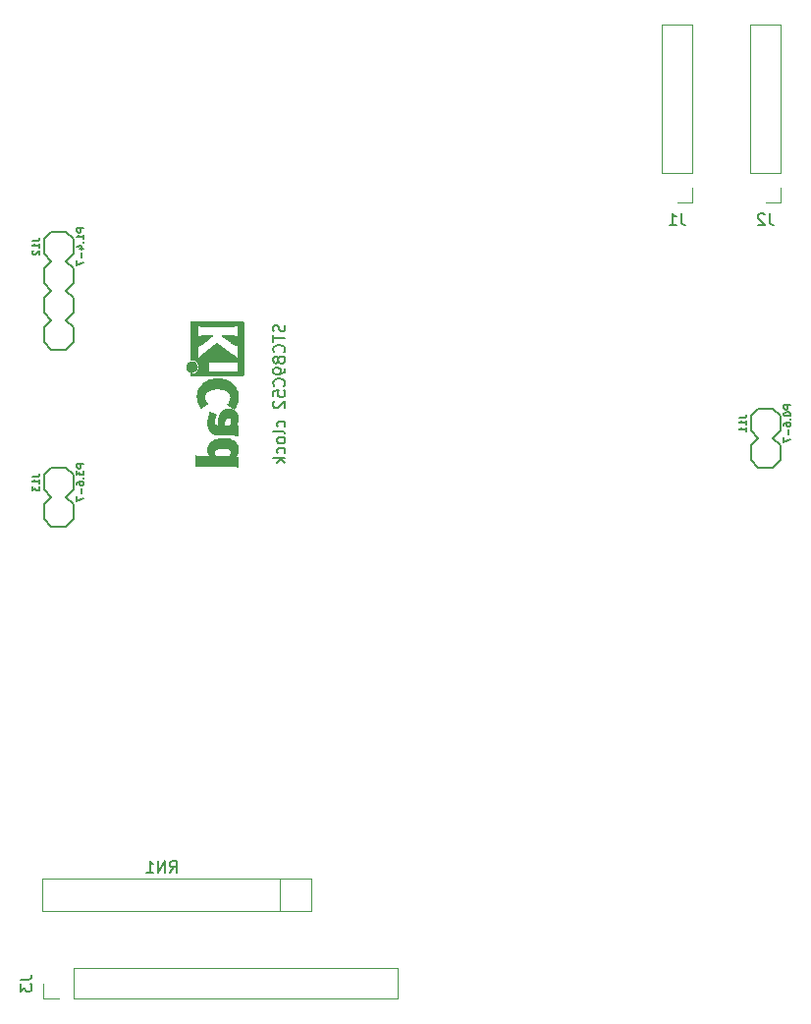
<source format=gbo>
G04 #@! TF.GenerationSoftware,KiCad,Pcbnew,5.1.5-5.1.5*
G04 #@! TF.CreationDate,2020-09-06T13:46:37+10:00*
G04 #@! TF.ProjectId,89c52board,38396335-3262-46f6-9172-642e6b696361,rev?*
G04 #@! TF.SameCoordinates,PX48ab840PY18392c0*
G04 #@! TF.FileFunction,Legend,Bot*
G04 #@! TF.FilePolarity,Positive*
%FSLAX46Y46*%
G04 Gerber Fmt 4.6, Leading zero omitted, Abs format (unit mm)*
G04 Created by KiCad (PCBNEW 5.1.5-5.1.5) date 2020-09-06 13:46:37*
%MOMM*%
%LPD*%
G04 APERTURE LIST*
%ADD10C,0.150000*%
%ADD11C,0.010000*%
%ADD12C,0.203200*%
%ADD13C,0.120000*%
%ADD14C,0.127000*%
G04 APERTURE END LIST*
D10*
X49934761Y-32171428D02*
X49982380Y-32314285D01*
X49982380Y-32552380D01*
X49934761Y-32647619D01*
X49887142Y-32695238D01*
X49791904Y-32742857D01*
X49696666Y-32742857D01*
X49601428Y-32695238D01*
X49553809Y-32647619D01*
X49506190Y-32552380D01*
X49458571Y-32361904D01*
X49410952Y-32266666D01*
X49363333Y-32219047D01*
X49268095Y-32171428D01*
X49172857Y-32171428D01*
X49077619Y-32219047D01*
X49030000Y-32266666D01*
X48982380Y-32361904D01*
X48982380Y-32600000D01*
X49030000Y-32742857D01*
X48982380Y-33028571D02*
X48982380Y-33600000D01*
X49982380Y-33314285D02*
X48982380Y-33314285D01*
X49887142Y-34504761D02*
X49934761Y-34457142D01*
X49982380Y-34314285D01*
X49982380Y-34219047D01*
X49934761Y-34076190D01*
X49839523Y-33980952D01*
X49744285Y-33933333D01*
X49553809Y-33885714D01*
X49410952Y-33885714D01*
X49220476Y-33933333D01*
X49125238Y-33980952D01*
X49030000Y-34076190D01*
X48982380Y-34219047D01*
X48982380Y-34314285D01*
X49030000Y-34457142D01*
X49077619Y-34504761D01*
X49410952Y-35076190D02*
X49363333Y-34980952D01*
X49315714Y-34933333D01*
X49220476Y-34885714D01*
X49172857Y-34885714D01*
X49077619Y-34933333D01*
X49030000Y-34980952D01*
X48982380Y-35076190D01*
X48982380Y-35266666D01*
X49030000Y-35361904D01*
X49077619Y-35409523D01*
X49172857Y-35457142D01*
X49220476Y-35457142D01*
X49315714Y-35409523D01*
X49363333Y-35361904D01*
X49410952Y-35266666D01*
X49410952Y-35076190D01*
X49458571Y-34980952D01*
X49506190Y-34933333D01*
X49601428Y-34885714D01*
X49791904Y-34885714D01*
X49887142Y-34933333D01*
X49934761Y-34980952D01*
X49982380Y-35076190D01*
X49982380Y-35266666D01*
X49934761Y-35361904D01*
X49887142Y-35409523D01*
X49791904Y-35457142D01*
X49601428Y-35457142D01*
X49506190Y-35409523D01*
X49458571Y-35361904D01*
X49410952Y-35266666D01*
X49982380Y-35933333D02*
X49982380Y-36123809D01*
X49934761Y-36219047D01*
X49887142Y-36266666D01*
X49744285Y-36361904D01*
X49553809Y-36409523D01*
X49172857Y-36409523D01*
X49077619Y-36361904D01*
X49030000Y-36314285D01*
X48982380Y-36219047D01*
X48982380Y-36028571D01*
X49030000Y-35933333D01*
X49077619Y-35885714D01*
X49172857Y-35838095D01*
X49410952Y-35838095D01*
X49506190Y-35885714D01*
X49553809Y-35933333D01*
X49601428Y-36028571D01*
X49601428Y-36219047D01*
X49553809Y-36314285D01*
X49506190Y-36361904D01*
X49410952Y-36409523D01*
X49887142Y-37409523D02*
X49934761Y-37361904D01*
X49982380Y-37219047D01*
X49982380Y-37123809D01*
X49934761Y-36980952D01*
X49839523Y-36885714D01*
X49744285Y-36838095D01*
X49553809Y-36790476D01*
X49410952Y-36790476D01*
X49220476Y-36838095D01*
X49125238Y-36885714D01*
X49030000Y-36980952D01*
X48982380Y-37123809D01*
X48982380Y-37219047D01*
X49030000Y-37361904D01*
X49077619Y-37409523D01*
X48982380Y-38314285D02*
X48982380Y-37838095D01*
X49458571Y-37790476D01*
X49410952Y-37838095D01*
X49363333Y-37933333D01*
X49363333Y-38171428D01*
X49410952Y-38266666D01*
X49458571Y-38314285D01*
X49553809Y-38361904D01*
X49791904Y-38361904D01*
X49887142Y-38314285D01*
X49934761Y-38266666D01*
X49982380Y-38171428D01*
X49982380Y-37933333D01*
X49934761Y-37838095D01*
X49887142Y-37790476D01*
X49077619Y-38742857D02*
X49030000Y-38790476D01*
X48982380Y-38885714D01*
X48982380Y-39123809D01*
X49030000Y-39219047D01*
X49077619Y-39266666D01*
X49172857Y-39314285D01*
X49268095Y-39314285D01*
X49410952Y-39266666D01*
X49982380Y-38695238D01*
X49982380Y-39314285D01*
X49934761Y-40933333D02*
X49982380Y-40838095D01*
X49982380Y-40647619D01*
X49934761Y-40552380D01*
X49887142Y-40504761D01*
X49791904Y-40457142D01*
X49506190Y-40457142D01*
X49410952Y-40504761D01*
X49363333Y-40552380D01*
X49315714Y-40647619D01*
X49315714Y-40838095D01*
X49363333Y-40933333D01*
X49982380Y-41504761D02*
X49934761Y-41409523D01*
X49839523Y-41361904D01*
X48982380Y-41361904D01*
X49982380Y-42028571D02*
X49934761Y-41933333D01*
X49887142Y-41885714D01*
X49791904Y-41838095D01*
X49506190Y-41838095D01*
X49410952Y-41885714D01*
X49363333Y-41933333D01*
X49315714Y-42028571D01*
X49315714Y-42171428D01*
X49363333Y-42266666D01*
X49410952Y-42314285D01*
X49506190Y-42361904D01*
X49791904Y-42361904D01*
X49887142Y-42314285D01*
X49934761Y-42266666D01*
X49982380Y-42171428D01*
X49982380Y-42028571D01*
X49934761Y-43219047D02*
X49982380Y-43123809D01*
X49982380Y-42933333D01*
X49934761Y-42838095D01*
X49887142Y-42790476D01*
X49791904Y-42742857D01*
X49506190Y-42742857D01*
X49410952Y-42790476D01*
X49363333Y-42838095D01*
X49315714Y-42933333D01*
X49315714Y-43123809D01*
X49363333Y-43219047D01*
X49982380Y-43647619D02*
X48982380Y-43647619D01*
X49601428Y-43742857D02*
X49982380Y-44028571D01*
X49315714Y-44028571D02*
X49696666Y-43647619D01*
D11*
G36*
X41476571Y-35826957D02*
G01*
X41500809Y-35923232D01*
X41543641Y-36009816D01*
X41603419Y-36084627D01*
X41678494Y-36145582D01*
X41767220Y-36190601D01*
X41863530Y-36216864D01*
X41960795Y-36222714D01*
X42054654Y-36207860D01*
X42142511Y-36174160D01*
X42221770Y-36123472D01*
X42289836Y-36057655D01*
X42344112Y-35978566D01*
X42382002Y-35888066D01*
X42394426Y-35836800D01*
X42401947Y-35792302D01*
X42404919Y-35758001D01*
X42403094Y-35725040D01*
X42396225Y-35684566D01*
X42389250Y-35651469D01*
X42357741Y-35558053D01*
X42306617Y-35474381D01*
X42237429Y-35402335D01*
X42151728Y-35343800D01*
X42124489Y-35329852D01*
X42088122Y-35313414D01*
X42057582Y-35303106D01*
X42025450Y-35297540D01*
X41984307Y-35295331D01*
X41938222Y-35295052D01*
X41853865Y-35299139D01*
X41784586Y-35312554D01*
X41723961Y-35337744D01*
X41665567Y-35377154D01*
X41621302Y-35415702D01*
X41555484Y-35487594D01*
X41510053Y-35562687D01*
X41482850Y-35645438D01*
X41472576Y-35723072D01*
X41476571Y-35826957D01*
G37*
X41476571Y-35826957D02*
X41500809Y-35923232D01*
X41543641Y-36009816D01*
X41603419Y-36084627D01*
X41678494Y-36145582D01*
X41767220Y-36190601D01*
X41863530Y-36216864D01*
X41960795Y-36222714D01*
X42054654Y-36207860D01*
X42142511Y-36174160D01*
X42221770Y-36123472D01*
X42289836Y-36057655D01*
X42344112Y-35978566D01*
X42382002Y-35888066D01*
X42394426Y-35836800D01*
X42401947Y-35792302D01*
X42404919Y-35758001D01*
X42403094Y-35725040D01*
X42396225Y-35684566D01*
X42389250Y-35651469D01*
X42357741Y-35558053D01*
X42306617Y-35474381D01*
X42237429Y-35402335D01*
X42151728Y-35343800D01*
X42124489Y-35329852D01*
X42088122Y-35313414D01*
X42057582Y-35303106D01*
X42025450Y-35297540D01*
X41984307Y-35295331D01*
X41938222Y-35295052D01*
X41853865Y-35299139D01*
X41784586Y-35312554D01*
X41723961Y-35337744D01*
X41665567Y-35377154D01*
X41621302Y-35415702D01*
X41555484Y-35487594D01*
X41510053Y-35562687D01*
X41482850Y-35645438D01*
X41472576Y-35723072D01*
X41476571Y-35826957D01*
G36*
X43922245Y-44286507D02*
G01*
X44156662Y-44286526D01*
X44369603Y-44286552D01*
X44562168Y-44286625D01*
X44735459Y-44286782D01*
X44890576Y-44287064D01*
X45028620Y-44287509D01*
X45150692Y-44288156D01*
X45257894Y-44289045D01*
X45351326Y-44290213D01*
X45432090Y-44291701D01*
X45501286Y-44293546D01*
X45560015Y-44295789D01*
X45609379Y-44298469D01*
X45650478Y-44301623D01*
X45684413Y-44305292D01*
X45712286Y-44309513D01*
X45735198Y-44314327D01*
X45754249Y-44319773D01*
X45770540Y-44325888D01*
X45785173Y-44332712D01*
X45799249Y-44340285D01*
X45813868Y-44348645D01*
X45822974Y-44353839D01*
X45883689Y-44388104D01*
X45883689Y-43529955D01*
X45787733Y-43529955D01*
X45744370Y-43529224D01*
X45711205Y-43527272D01*
X45693424Y-43524463D01*
X45691778Y-43523221D01*
X45698662Y-43511799D01*
X45716505Y-43489084D01*
X45735879Y-43466385D01*
X45776614Y-43411800D01*
X45817617Y-43342321D01*
X45855123Y-43265270D01*
X45885364Y-43187965D01*
X45895012Y-43157113D01*
X45909578Y-43088616D01*
X45919539Y-43005764D01*
X45924583Y-42916371D01*
X45924396Y-42828248D01*
X45918666Y-42749207D01*
X45912858Y-42711511D01*
X45874797Y-42573414D01*
X45817073Y-42446113D01*
X45740211Y-42330292D01*
X45644739Y-42226637D01*
X45531179Y-42135833D01*
X45420381Y-42069031D01*
X45303625Y-42014164D01*
X45184276Y-41972163D01*
X45058283Y-41942167D01*
X44921594Y-41923311D01*
X44770158Y-41914732D01*
X44692711Y-41914006D01*
X44635934Y-41916100D01*
X44635934Y-42745217D01*
X44729002Y-42745424D01*
X44816692Y-42748337D01*
X44893772Y-42754000D01*
X44955009Y-42762455D01*
X44967350Y-42765038D01*
X45074633Y-42796840D01*
X45161658Y-42838498D01*
X45228642Y-42890363D01*
X45275805Y-42952781D01*
X45303365Y-43026100D01*
X45311541Y-43110669D01*
X45300551Y-43206835D01*
X45284829Y-43270311D01*
X45266639Y-43319454D01*
X45240791Y-43373583D01*
X45217089Y-43414244D01*
X45170721Y-43484800D01*
X44020530Y-43484800D01*
X43976962Y-43417392D01*
X43936040Y-43338867D01*
X43909389Y-43254681D01*
X43897465Y-43169557D01*
X43900722Y-43088216D01*
X43919615Y-43015380D01*
X43935184Y-42983426D01*
X43978181Y-42925501D01*
X44034953Y-42876544D01*
X44107575Y-42835390D01*
X44198121Y-42800874D01*
X44308666Y-42771833D01*
X44314533Y-42770552D01*
X44376788Y-42760381D01*
X44454594Y-42752739D01*
X44542720Y-42747670D01*
X44635934Y-42745217D01*
X44635934Y-41916100D01*
X44479895Y-41921857D01*
X44284059Y-41943802D01*
X44105332Y-41979786D01*
X43943845Y-42029759D01*
X43799726Y-42093668D01*
X43673106Y-42171462D01*
X43564115Y-42263089D01*
X43472883Y-42368497D01*
X43441932Y-42413662D01*
X43385785Y-42514611D01*
X43346174Y-42617901D01*
X43322014Y-42727989D01*
X43312219Y-42849330D01*
X43313265Y-42941836D01*
X43324231Y-43071490D01*
X43346046Y-43184084D01*
X43379714Y-43282875D01*
X43426236Y-43371121D01*
X43460448Y-43419986D01*
X43482362Y-43449353D01*
X43497333Y-43471043D01*
X43501733Y-43479253D01*
X43490904Y-43480868D01*
X43460251Y-43482159D01*
X43412526Y-43483138D01*
X43350479Y-43483817D01*
X43276862Y-43484210D01*
X43194427Y-43484330D01*
X43105925Y-43484188D01*
X43014107Y-43483797D01*
X42921724Y-43483171D01*
X42831528Y-43482320D01*
X42746271Y-43481260D01*
X42668703Y-43480001D01*
X42601576Y-43478556D01*
X42547641Y-43476938D01*
X42509650Y-43475161D01*
X42502667Y-43474669D01*
X42432251Y-43467092D01*
X42377102Y-43455531D01*
X42329981Y-43437792D01*
X42283647Y-43411682D01*
X42274067Y-43405415D01*
X42237378Y-43380983D01*
X42237378Y-44286311D01*
X43922245Y-44286507D01*
G37*
X43922245Y-44286507D02*
X44156662Y-44286526D01*
X44369603Y-44286552D01*
X44562168Y-44286625D01*
X44735459Y-44286782D01*
X44890576Y-44287064D01*
X45028620Y-44287509D01*
X45150692Y-44288156D01*
X45257894Y-44289045D01*
X45351326Y-44290213D01*
X45432090Y-44291701D01*
X45501286Y-44293546D01*
X45560015Y-44295789D01*
X45609379Y-44298469D01*
X45650478Y-44301623D01*
X45684413Y-44305292D01*
X45712286Y-44309513D01*
X45735198Y-44314327D01*
X45754249Y-44319773D01*
X45770540Y-44325888D01*
X45785173Y-44332712D01*
X45799249Y-44340285D01*
X45813868Y-44348645D01*
X45822974Y-44353839D01*
X45883689Y-44388104D01*
X45883689Y-43529955D01*
X45787733Y-43529955D01*
X45744370Y-43529224D01*
X45711205Y-43527272D01*
X45693424Y-43524463D01*
X45691778Y-43523221D01*
X45698662Y-43511799D01*
X45716505Y-43489084D01*
X45735879Y-43466385D01*
X45776614Y-43411800D01*
X45817617Y-43342321D01*
X45855123Y-43265270D01*
X45885364Y-43187965D01*
X45895012Y-43157113D01*
X45909578Y-43088616D01*
X45919539Y-43005764D01*
X45924583Y-42916371D01*
X45924396Y-42828248D01*
X45918666Y-42749207D01*
X45912858Y-42711511D01*
X45874797Y-42573414D01*
X45817073Y-42446113D01*
X45740211Y-42330292D01*
X45644739Y-42226637D01*
X45531179Y-42135833D01*
X45420381Y-42069031D01*
X45303625Y-42014164D01*
X45184276Y-41972163D01*
X45058283Y-41942167D01*
X44921594Y-41923311D01*
X44770158Y-41914732D01*
X44692711Y-41914006D01*
X44635934Y-41916100D01*
X44635934Y-42745217D01*
X44729002Y-42745424D01*
X44816692Y-42748337D01*
X44893772Y-42754000D01*
X44955009Y-42762455D01*
X44967350Y-42765038D01*
X45074633Y-42796840D01*
X45161658Y-42838498D01*
X45228642Y-42890363D01*
X45275805Y-42952781D01*
X45303365Y-43026100D01*
X45311541Y-43110669D01*
X45300551Y-43206835D01*
X45284829Y-43270311D01*
X45266639Y-43319454D01*
X45240791Y-43373583D01*
X45217089Y-43414244D01*
X45170721Y-43484800D01*
X44020530Y-43484800D01*
X43976962Y-43417392D01*
X43936040Y-43338867D01*
X43909389Y-43254681D01*
X43897465Y-43169557D01*
X43900722Y-43088216D01*
X43919615Y-43015380D01*
X43935184Y-42983426D01*
X43978181Y-42925501D01*
X44034953Y-42876544D01*
X44107575Y-42835390D01*
X44198121Y-42800874D01*
X44308666Y-42771833D01*
X44314533Y-42770552D01*
X44376788Y-42760381D01*
X44454594Y-42752739D01*
X44542720Y-42747670D01*
X44635934Y-42745217D01*
X44635934Y-41916100D01*
X44479895Y-41921857D01*
X44284059Y-41943802D01*
X44105332Y-41979786D01*
X43943845Y-42029759D01*
X43799726Y-42093668D01*
X43673106Y-42171462D01*
X43564115Y-42263089D01*
X43472883Y-42368497D01*
X43441932Y-42413662D01*
X43385785Y-42514611D01*
X43346174Y-42617901D01*
X43322014Y-42727989D01*
X43312219Y-42849330D01*
X43313265Y-42941836D01*
X43324231Y-43071490D01*
X43346046Y-43184084D01*
X43379714Y-43282875D01*
X43426236Y-43371121D01*
X43460448Y-43419986D01*
X43482362Y-43449353D01*
X43497333Y-43471043D01*
X43501733Y-43479253D01*
X43490904Y-43480868D01*
X43460251Y-43482159D01*
X43412526Y-43483138D01*
X43350479Y-43483817D01*
X43276862Y-43484210D01*
X43194427Y-43484330D01*
X43105925Y-43484188D01*
X43014107Y-43483797D01*
X42921724Y-43483171D01*
X42831528Y-43482320D01*
X42746271Y-43481260D01*
X42668703Y-43480001D01*
X42601576Y-43478556D01*
X42547641Y-43476938D01*
X42509650Y-43475161D01*
X42502667Y-43474669D01*
X42432251Y-43467092D01*
X42377102Y-43455531D01*
X42329981Y-43437792D01*
X42283647Y-43411682D01*
X42274067Y-43405415D01*
X42237378Y-43380983D01*
X42237378Y-44286311D01*
X43922245Y-44286507D01*
G36*
X43316552Y-40773574D02*
G01*
X43336567Y-40925492D01*
X43370202Y-41060756D01*
X43417725Y-41180239D01*
X43479405Y-41284815D01*
X43542965Y-41362424D01*
X43617099Y-41431265D01*
X43696871Y-41485006D01*
X43789091Y-41527910D01*
X43832161Y-41543384D01*
X43871142Y-41556244D01*
X43907289Y-41567446D01*
X43942434Y-41577120D01*
X43978410Y-41585396D01*
X44017050Y-41592403D01*
X44060185Y-41598272D01*
X44109649Y-41603131D01*
X44167273Y-41607110D01*
X44234891Y-41610340D01*
X44314334Y-41612949D01*
X44407436Y-41615067D01*
X44516027Y-41616824D01*
X44641942Y-41618349D01*
X44787012Y-41619772D01*
X44929778Y-41621025D01*
X45085968Y-41622351D01*
X45221239Y-41623556D01*
X45337246Y-41624766D01*
X45435645Y-41626106D01*
X45518093Y-41627700D01*
X45586246Y-41629675D01*
X45641760Y-41632156D01*
X45686292Y-41635269D01*
X45721498Y-41639138D01*
X45749034Y-41643889D01*
X45770556Y-41649648D01*
X45787722Y-41656539D01*
X45802186Y-41664689D01*
X45815606Y-41674223D01*
X45829638Y-41685266D01*
X45835071Y-41689566D01*
X45857910Y-41705386D01*
X45873463Y-41712422D01*
X45873922Y-41712444D01*
X45876121Y-41701567D01*
X45878147Y-41670582D01*
X45879942Y-41621957D01*
X45881451Y-41558163D01*
X45882616Y-41481669D01*
X45883380Y-41394944D01*
X45883686Y-41300457D01*
X45883689Y-41289550D01*
X45883689Y-40866657D01*
X45787622Y-40863395D01*
X45691556Y-40860133D01*
X45742543Y-40798044D01*
X45810057Y-40700714D01*
X45864749Y-40590813D01*
X45894978Y-40504349D01*
X45909666Y-40435278D01*
X45919659Y-40351925D01*
X45924646Y-40262159D01*
X45924313Y-40173845D01*
X45918351Y-40094851D01*
X45912638Y-40058622D01*
X45874776Y-39918603D01*
X45819932Y-39792178D01*
X45748924Y-39680260D01*
X45662568Y-39583762D01*
X45561679Y-39503600D01*
X45447076Y-39440687D01*
X45320984Y-39396312D01*
X45264401Y-39383978D01*
X45202202Y-39376368D01*
X45127363Y-39372739D01*
X45093467Y-39372245D01*
X45090282Y-39372310D01*
X45090282Y-40132248D01*
X45165333Y-40141541D01*
X45229160Y-40169728D01*
X45284798Y-40218197D01*
X45289211Y-40223254D01*
X45324037Y-40271548D01*
X45346620Y-40323257D01*
X45358540Y-40383989D01*
X45361383Y-40459352D01*
X45360978Y-40477459D01*
X45358325Y-40531278D01*
X45352909Y-40571308D01*
X45342745Y-40606324D01*
X45325850Y-40645103D01*
X45320672Y-40655745D01*
X45284844Y-40716396D01*
X45242212Y-40763215D01*
X45226973Y-40775952D01*
X45170462Y-40820622D01*
X44974586Y-40820622D01*
X44895939Y-40820086D01*
X44837988Y-40818396D01*
X44798875Y-40815428D01*
X44776741Y-40811057D01*
X44770274Y-40806972D01*
X44767111Y-40791047D01*
X44764488Y-40757264D01*
X44762655Y-40710340D01*
X44761857Y-40654993D01*
X44761842Y-40646106D01*
X44767096Y-40525330D01*
X44783263Y-40422660D01*
X44810961Y-40336106D01*
X44850808Y-40263681D01*
X44897758Y-40208751D01*
X44955645Y-40164204D01*
X45018693Y-40139480D01*
X45090282Y-40132248D01*
X45090282Y-39372310D01*
X44999712Y-39374178D01*
X44920812Y-39382522D01*
X44849590Y-39398768D01*
X44778864Y-39424405D01*
X44726493Y-39448401D01*
X44631196Y-39507020D01*
X44543170Y-39585117D01*
X44464017Y-39680315D01*
X44395340Y-39790238D01*
X44338741Y-39912510D01*
X44295821Y-40044755D01*
X44280882Y-40109422D01*
X44258777Y-40245604D01*
X44244194Y-40394049D01*
X44237813Y-40545505D01*
X44239445Y-40672064D01*
X44246224Y-40833950D01*
X44187245Y-40826530D01*
X44088092Y-40807238D01*
X44007372Y-40776104D01*
X43944466Y-40732269D01*
X43898756Y-40674871D01*
X43869622Y-40603048D01*
X43856447Y-40515941D01*
X43858611Y-40412686D01*
X43862612Y-40374711D01*
X43887780Y-40233520D01*
X43928814Y-40096707D01*
X43966815Y-40002178D01*
X43986190Y-39957018D01*
X44001760Y-39918585D01*
X44011405Y-39892234D01*
X44013452Y-39884546D01*
X44004374Y-39874802D01*
X43975405Y-39858083D01*
X43926217Y-39834232D01*
X43856484Y-39803093D01*
X43765879Y-39764507D01*
X43750089Y-39757910D01*
X43677772Y-39727853D01*
X43612425Y-39700874D01*
X43556906Y-39678136D01*
X43514072Y-39660806D01*
X43486781Y-39650048D01*
X43477942Y-39646941D01*
X43473187Y-39656940D01*
X43467910Y-39683217D01*
X43464231Y-39711489D01*
X43459474Y-39741646D01*
X43450028Y-39789433D01*
X43436820Y-39850612D01*
X43420776Y-39920946D01*
X43402820Y-39996194D01*
X43395797Y-40024755D01*
X43370209Y-40129816D01*
X43350147Y-40217480D01*
X43334969Y-40292068D01*
X43324035Y-40357903D01*
X43316704Y-40419307D01*
X43312335Y-40480602D01*
X43310287Y-40546110D01*
X43309889Y-40604128D01*
X43316552Y-40773574D01*
G37*
X43316552Y-40773574D02*
X43336567Y-40925492D01*
X43370202Y-41060756D01*
X43417725Y-41180239D01*
X43479405Y-41284815D01*
X43542965Y-41362424D01*
X43617099Y-41431265D01*
X43696871Y-41485006D01*
X43789091Y-41527910D01*
X43832161Y-41543384D01*
X43871142Y-41556244D01*
X43907289Y-41567446D01*
X43942434Y-41577120D01*
X43978410Y-41585396D01*
X44017050Y-41592403D01*
X44060185Y-41598272D01*
X44109649Y-41603131D01*
X44167273Y-41607110D01*
X44234891Y-41610340D01*
X44314334Y-41612949D01*
X44407436Y-41615067D01*
X44516027Y-41616824D01*
X44641942Y-41618349D01*
X44787012Y-41619772D01*
X44929778Y-41621025D01*
X45085968Y-41622351D01*
X45221239Y-41623556D01*
X45337246Y-41624766D01*
X45435645Y-41626106D01*
X45518093Y-41627700D01*
X45586246Y-41629675D01*
X45641760Y-41632156D01*
X45686292Y-41635269D01*
X45721498Y-41639138D01*
X45749034Y-41643889D01*
X45770556Y-41649648D01*
X45787722Y-41656539D01*
X45802186Y-41664689D01*
X45815606Y-41674223D01*
X45829638Y-41685266D01*
X45835071Y-41689566D01*
X45857910Y-41705386D01*
X45873463Y-41712422D01*
X45873922Y-41712444D01*
X45876121Y-41701567D01*
X45878147Y-41670582D01*
X45879942Y-41621957D01*
X45881451Y-41558163D01*
X45882616Y-41481669D01*
X45883380Y-41394944D01*
X45883686Y-41300457D01*
X45883689Y-41289550D01*
X45883689Y-40866657D01*
X45787622Y-40863395D01*
X45691556Y-40860133D01*
X45742543Y-40798044D01*
X45810057Y-40700714D01*
X45864749Y-40590813D01*
X45894978Y-40504349D01*
X45909666Y-40435278D01*
X45919659Y-40351925D01*
X45924646Y-40262159D01*
X45924313Y-40173845D01*
X45918351Y-40094851D01*
X45912638Y-40058622D01*
X45874776Y-39918603D01*
X45819932Y-39792178D01*
X45748924Y-39680260D01*
X45662568Y-39583762D01*
X45561679Y-39503600D01*
X45447076Y-39440687D01*
X45320984Y-39396312D01*
X45264401Y-39383978D01*
X45202202Y-39376368D01*
X45127363Y-39372739D01*
X45093467Y-39372245D01*
X45090282Y-39372310D01*
X45090282Y-40132248D01*
X45165333Y-40141541D01*
X45229160Y-40169728D01*
X45284798Y-40218197D01*
X45289211Y-40223254D01*
X45324037Y-40271548D01*
X45346620Y-40323257D01*
X45358540Y-40383989D01*
X45361383Y-40459352D01*
X45360978Y-40477459D01*
X45358325Y-40531278D01*
X45352909Y-40571308D01*
X45342745Y-40606324D01*
X45325850Y-40645103D01*
X45320672Y-40655745D01*
X45284844Y-40716396D01*
X45242212Y-40763215D01*
X45226973Y-40775952D01*
X45170462Y-40820622D01*
X44974586Y-40820622D01*
X44895939Y-40820086D01*
X44837988Y-40818396D01*
X44798875Y-40815428D01*
X44776741Y-40811057D01*
X44770274Y-40806972D01*
X44767111Y-40791047D01*
X44764488Y-40757264D01*
X44762655Y-40710340D01*
X44761857Y-40654993D01*
X44761842Y-40646106D01*
X44767096Y-40525330D01*
X44783263Y-40422660D01*
X44810961Y-40336106D01*
X44850808Y-40263681D01*
X44897758Y-40208751D01*
X44955645Y-40164204D01*
X45018693Y-40139480D01*
X45090282Y-40132248D01*
X45090282Y-39372310D01*
X44999712Y-39374178D01*
X44920812Y-39382522D01*
X44849590Y-39398768D01*
X44778864Y-39424405D01*
X44726493Y-39448401D01*
X44631196Y-39507020D01*
X44543170Y-39585117D01*
X44464017Y-39680315D01*
X44395340Y-39790238D01*
X44338741Y-39912510D01*
X44295821Y-40044755D01*
X44280882Y-40109422D01*
X44258777Y-40245604D01*
X44244194Y-40394049D01*
X44237813Y-40545505D01*
X44239445Y-40672064D01*
X44246224Y-40833950D01*
X44187245Y-40826530D01*
X44088092Y-40807238D01*
X44007372Y-40776104D01*
X43944466Y-40732269D01*
X43898756Y-40674871D01*
X43869622Y-40603048D01*
X43856447Y-40515941D01*
X43858611Y-40412686D01*
X43862612Y-40374711D01*
X43887780Y-40233520D01*
X43928814Y-40096707D01*
X43966815Y-40002178D01*
X43986190Y-39957018D01*
X44001760Y-39918585D01*
X44011405Y-39892234D01*
X44013452Y-39884546D01*
X44004374Y-39874802D01*
X43975405Y-39858083D01*
X43926217Y-39834232D01*
X43856484Y-39803093D01*
X43765879Y-39764507D01*
X43750089Y-39757910D01*
X43677772Y-39727853D01*
X43612425Y-39700874D01*
X43556906Y-39678136D01*
X43514072Y-39660806D01*
X43486781Y-39650048D01*
X43477942Y-39646941D01*
X43473187Y-39656940D01*
X43467910Y-39683217D01*
X43464231Y-39711489D01*
X43459474Y-39741646D01*
X43450028Y-39789433D01*
X43436820Y-39850612D01*
X43420776Y-39920946D01*
X43402820Y-39996194D01*
X43395797Y-40024755D01*
X43370209Y-40129816D01*
X43350147Y-40217480D01*
X43334969Y-40292068D01*
X43324035Y-40357903D01*
X43316704Y-40419307D01*
X43312335Y-40480602D01*
X43310287Y-40546110D01*
X43309889Y-40604128D01*
X43316552Y-40773574D01*
G36*
X42399071Y-38428429D02*
G01*
X42420245Y-38588570D01*
X42460385Y-38752510D01*
X42519889Y-38922313D01*
X42599154Y-39100043D01*
X42604699Y-39111310D01*
X42632725Y-39169005D01*
X42656802Y-39220552D01*
X42675249Y-39262191D01*
X42686386Y-39290162D01*
X42688933Y-39299733D01*
X42693941Y-39318950D01*
X42698147Y-39323561D01*
X42708580Y-39318458D01*
X42734868Y-39302418D01*
X42774257Y-39277288D01*
X42823991Y-39244914D01*
X42881315Y-39207143D01*
X42943476Y-39165822D01*
X43007718Y-39122798D01*
X43071285Y-39079917D01*
X43131425Y-39039026D01*
X43185380Y-39001971D01*
X43230397Y-38970600D01*
X43263721Y-38946759D01*
X43282597Y-38932294D01*
X43284787Y-38930309D01*
X43280138Y-38920191D01*
X43262962Y-38897850D01*
X43236440Y-38867280D01*
X43221964Y-38851536D01*
X43146682Y-38755047D01*
X43091241Y-38648336D01*
X43056141Y-38532832D01*
X43041880Y-38409962D01*
X43043051Y-38340561D01*
X43060212Y-38219423D01*
X43096094Y-38110205D01*
X43150959Y-38012582D01*
X43225070Y-37926228D01*
X43318688Y-37850815D01*
X43432076Y-37786018D01*
X43518667Y-37748601D01*
X43654366Y-37704748D01*
X43801850Y-37672428D01*
X43957314Y-37651557D01*
X44116956Y-37642051D01*
X44276973Y-37643827D01*
X44433561Y-37656803D01*
X44582918Y-37680894D01*
X44721240Y-37716018D01*
X44844724Y-37762092D01*
X44878978Y-37778373D01*
X44993064Y-37846620D01*
X45089557Y-37927079D01*
X45167670Y-38018570D01*
X45226617Y-38119911D01*
X45265612Y-38229920D01*
X45283868Y-38347415D01*
X45285211Y-38388883D01*
X45274290Y-38510441D01*
X45241474Y-38630878D01*
X45187439Y-38748666D01*
X45112865Y-38862277D01*
X45034539Y-38953685D01*
X44990008Y-39000215D01*
X45287271Y-39181483D01*
X45361433Y-39226580D01*
X45429646Y-39267819D01*
X45489459Y-39303735D01*
X45538420Y-39332866D01*
X45574079Y-39353750D01*
X45593984Y-39364924D01*
X45597079Y-39366375D01*
X45606718Y-39358146D01*
X45623999Y-39332567D01*
X45647283Y-39292873D01*
X45674934Y-39242297D01*
X45705315Y-39184074D01*
X45736790Y-39121437D01*
X45767722Y-39057621D01*
X45796473Y-38995860D01*
X45821408Y-38939388D01*
X45840889Y-38891438D01*
X45849318Y-38867986D01*
X45887133Y-38734221D01*
X45912136Y-38596327D01*
X45925140Y-38448622D01*
X45927468Y-38321833D01*
X45926373Y-38253878D01*
X45924275Y-38188277D01*
X45921434Y-38130847D01*
X45918106Y-38087403D01*
X45916422Y-38073298D01*
X45887587Y-37934284D01*
X45842468Y-37792757D01*
X45783750Y-37655275D01*
X45714120Y-37528394D01*
X45661441Y-37450889D01*
X45553239Y-37323481D01*
X45426671Y-37205178D01*
X45284866Y-37098172D01*
X45130951Y-37004652D01*
X44968053Y-36926810D01*
X44850756Y-36882956D01*
X44667128Y-36832708D01*
X44472581Y-36799209D01*
X44271325Y-36782449D01*
X44067568Y-36782416D01*
X43865521Y-36799101D01*
X43669392Y-36832493D01*
X43483391Y-36882580D01*
X43471803Y-36886397D01*
X43309750Y-36949281D01*
X43161832Y-37026028D01*
X43023865Y-37119242D01*
X42891661Y-37231527D01*
X42846399Y-37275392D01*
X42722457Y-37411534D01*
X42619915Y-37551491D01*
X42537656Y-37697411D01*
X42474564Y-37851442D01*
X42429523Y-38015732D01*
X42412033Y-38111289D01*
X42396466Y-38270023D01*
X42399071Y-38428429D01*
G37*
X42399071Y-38428429D02*
X42420245Y-38588570D01*
X42460385Y-38752510D01*
X42519889Y-38922313D01*
X42599154Y-39100043D01*
X42604699Y-39111310D01*
X42632725Y-39169005D01*
X42656802Y-39220552D01*
X42675249Y-39262191D01*
X42686386Y-39290162D01*
X42688933Y-39299733D01*
X42693941Y-39318950D01*
X42698147Y-39323561D01*
X42708580Y-39318458D01*
X42734868Y-39302418D01*
X42774257Y-39277288D01*
X42823991Y-39244914D01*
X42881315Y-39207143D01*
X42943476Y-39165822D01*
X43007718Y-39122798D01*
X43071285Y-39079917D01*
X43131425Y-39039026D01*
X43185380Y-39001971D01*
X43230397Y-38970600D01*
X43263721Y-38946759D01*
X43282597Y-38932294D01*
X43284787Y-38930309D01*
X43280138Y-38920191D01*
X43262962Y-38897850D01*
X43236440Y-38867280D01*
X43221964Y-38851536D01*
X43146682Y-38755047D01*
X43091241Y-38648336D01*
X43056141Y-38532832D01*
X43041880Y-38409962D01*
X43043051Y-38340561D01*
X43060212Y-38219423D01*
X43096094Y-38110205D01*
X43150959Y-38012582D01*
X43225070Y-37926228D01*
X43318688Y-37850815D01*
X43432076Y-37786018D01*
X43518667Y-37748601D01*
X43654366Y-37704748D01*
X43801850Y-37672428D01*
X43957314Y-37651557D01*
X44116956Y-37642051D01*
X44276973Y-37643827D01*
X44433561Y-37656803D01*
X44582918Y-37680894D01*
X44721240Y-37716018D01*
X44844724Y-37762092D01*
X44878978Y-37778373D01*
X44993064Y-37846620D01*
X45089557Y-37927079D01*
X45167670Y-38018570D01*
X45226617Y-38119911D01*
X45265612Y-38229920D01*
X45283868Y-38347415D01*
X45285211Y-38388883D01*
X45274290Y-38510441D01*
X45241474Y-38630878D01*
X45187439Y-38748666D01*
X45112865Y-38862277D01*
X45034539Y-38953685D01*
X44990008Y-39000215D01*
X45287271Y-39181483D01*
X45361433Y-39226580D01*
X45429646Y-39267819D01*
X45489459Y-39303735D01*
X45538420Y-39332866D01*
X45574079Y-39353750D01*
X45593984Y-39364924D01*
X45597079Y-39366375D01*
X45606718Y-39358146D01*
X45623999Y-39332567D01*
X45647283Y-39292873D01*
X45674934Y-39242297D01*
X45705315Y-39184074D01*
X45736790Y-39121437D01*
X45767722Y-39057621D01*
X45796473Y-38995860D01*
X45821408Y-38939388D01*
X45840889Y-38891438D01*
X45849318Y-38867986D01*
X45887133Y-38734221D01*
X45912136Y-38596327D01*
X45925140Y-38448622D01*
X45927468Y-38321833D01*
X45926373Y-38253878D01*
X45924275Y-38188277D01*
X45921434Y-38130847D01*
X45918106Y-38087403D01*
X45916422Y-38073298D01*
X45887587Y-37934284D01*
X45842468Y-37792757D01*
X45783750Y-37655275D01*
X45714120Y-37528394D01*
X45661441Y-37450889D01*
X45553239Y-37323481D01*
X45426671Y-37205178D01*
X45284866Y-37098172D01*
X45130951Y-37004652D01*
X44968053Y-36926810D01*
X44850756Y-36882956D01*
X44667128Y-36832708D01*
X44472581Y-36799209D01*
X44271325Y-36782449D01*
X44067568Y-36782416D01*
X43865521Y-36799101D01*
X43669392Y-36832493D01*
X43483391Y-36882580D01*
X43471803Y-36886397D01*
X43309750Y-36949281D01*
X43161832Y-37026028D01*
X43023865Y-37119242D01*
X42891661Y-37231527D01*
X42846399Y-37275392D01*
X42722457Y-37411534D01*
X42619915Y-37551491D01*
X42537656Y-37697411D01*
X42474564Y-37851442D01*
X42429523Y-38015732D01*
X42412033Y-38111289D01*
X42396466Y-38270023D01*
X42399071Y-38428429D01*
G36*
X41939054Y-35153600D02*
G01*
X42052993Y-35164465D01*
X42160616Y-35196082D01*
X42259615Y-35246985D01*
X42347684Y-35315707D01*
X42422516Y-35400781D01*
X42480384Y-35497768D01*
X42520005Y-35604036D01*
X42538573Y-35711050D01*
X42537434Y-35816700D01*
X42517930Y-35918875D01*
X42481406Y-36015466D01*
X42429205Y-36104362D01*
X42362673Y-36183454D01*
X42283152Y-36250631D01*
X42191987Y-36303783D01*
X42090523Y-36340801D01*
X41980102Y-36359573D01*
X41930206Y-36361511D01*
X41842267Y-36361511D01*
X41842267Y-36413440D01*
X41845111Y-36449747D01*
X41856911Y-36476645D01*
X41880649Y-36503751D01*
X41919031Y-36542133D01*
X44110602Y-36542133D01*
X44372739Y-36542124D01*
X44613241Y-36542092D01*
X44833048Y-36542028D01*
X45033101Y-36541924D01*
X45214344Y-36541773D01*
X45377716Y-36541566D01*
X45524160Y-36541294D01*
X45654617Y-36540950D01*
X45770029Y-36540526D01*
X45871338Y-36540013D01*
X45959484Y-36539403D01*
X46035410Y-36538688D01*
X46100057Y-36537860D01*
X46154367Y-36536911D01*
X46199280Y-36535833D01*
X46235740Y-36534617D01*
X46264687Y-36533255D01*
X46287063Y-36531739D01*
X46303809Y-36530062D01*
X46315868Y-36528214D01*
X46324180Y-36526187D01*
X46329687Y-36523975D01*
X46331537Y-36522892D01*
X46338549Y-36518729D01*
X46344996Y-36515195D01*
X46350900Y-36511365D01*
X46356286Y-36506318D01*
X46361178Y-36499129D01*
X46365598Y-36488877D01*
X46369572Y-36474636D01*
X46373121Y-36455486D01*
X46376270Y-36430501D01*
X46379042Y-36398760D01*
X46381461Y-36359338D01*
X46383551Y-36311314D01*
X46385335Y-36253763D01*
X46386837Y-36185763D01*
X46388080Y-36106390D01*
X46389089Y-36014721D01*
X46389885Y-35909834D01*
X46390494Y-35790804D01*
X46390939Y-35656710D01*
X46391243Y-35506627D01*
X46391430Y-35339633D01*
X46391524Y-35154804D01*
X46391548Y-34951217D01*
X46391525Y-34727950D01*
X46391480Y-34484078D01*
X46391437Y-34218679D01*
X46391432Y-34180296D01*
X46391389Y-33913318D01*
X46391318Y-33667998D01*
X46391213Y-33443417D01*
X46391066Y-33238655D01*
X46390869Y-33052794D01*
X46390616Y-32884912D01*
X46390300Y-32734092D01*
X46389913Y-32599413D01*
X46389447Y-32479956D01*
X46388897Y-32374801D01*
X46388253Y-32283029D01*
X46387511Y-32203721D01*
X46386661Y-32135957D01*
X46385697Y-32078818D01*
X46384611Y-32031383D01*
X46383397Y-31992734D01*
X46382047Y-31961951D01*
X46380555Y-31938115D01*
X46378911Y-31920306D01*
X46377111Y-31907605D01*
X46375145Y-31899092D01*
X46373477Y-31894734D01*
X46369906Y-31886272D01*
X46367270Y-31878503D01*
X46364634Y-31871398D01*
X46361062Y-31864927D01*
X46355621Y-31859061D01*
X46347375Y-31853771D01*
X46335390Y-31849026D01*
X46318731Y-31844798D01*
X46296463Y-31841057D01*
X46267652Y-31837773D01*
X46231363Y-31834917D01*
X46186661Y-31832460D01*
X46132611Y-31830371D01*
X46068279Y-31828622D01*
X45992730Y-31827183D01*
X45905030Y-31826024D01*
X45804243Y-31825117D01*
X45689434Y-31824431D01*
X45559670Y-31823937D01*
X45414015Y-31823605D01*
X45251535Y-31823407D01*
X45071295Y-31823313D01*
X44872360Y-31823292D01*
X44653796Y-31823315D01*
X44414668Y-31823354D01*
X44154040Y-31823378D01*
X44111889Y-31823378D01*
X43848992Y-31823364D01*
X43607732Y-31823339D01*
X43387165Y-31823329D01*
X43186352Y-31823358D01*
X43004349Y-31823452D01*
X42840216Y-31823638D01*
X42693011Y-31823941D01*
X42561792Y-31824386D01*
X42451867Y-31824966D01*
X42451867Y-32127803D01*
X42509711Y-32167593D01*
X42525479Y-32178764D01*
X42539441Y-32188834D01*
X42552784Y-32197862D01*
X42566693Y-32205903D01*
X42582356Y-32213014D01*
X42600958Y-32219253D01*
X42623686Y-32224675D01*
X42651727Y-32229338D01*
X42686267Y-32233299D01*
X42728492Y-32236615D01*
X42779589Y-32239341D01*
X42840744Y-32241536D01*
X42913144Y-32243255D01*
X42997975Y-32244556D01*
X43096422Y-32245495D01*
X43209674Y-32246130D01*
X43338916Y-32246516D01*
X43485334Y-32246712D01*
X43650116Y-32246773D01*
X43834447Y-32246757D01*
X44039513Y-32246720D01*
X44162133Y-32246711D01*
X44379082Y-32246735D01*
X44574642Y-32246769D01*
X44749999Y-32246757D01*
X44906341Y-32246642D01*
X45044857Y-32246370D01*
X45166734Y-32245882D01*
X45273160Y-32245124D01*
X45365322Y-32244038D01*
X45444409Y-32242569D01*
X45511608Y-32240660D01*
X45568107Y-32238256D01*
X45615093Y-32235299D01*
X45653755Y-32231734D01*
X45685280Y-32227505D01*
X45710855Y-32222554D01*
X45731670Y-32216827D01*
X45748911Y-32210267D01*
X45763765Y-32202817D01*
X45777422Y-32194421D01*
X45791069Y-32185024D01*
X45805893Y-32174568D01*
X45814783Y-32168477D01*
X45872400Y-32129704D01*
X45872400Y-32661268D01*
X45872365Y-32784517D01*
X45872215Y-32887013D01*
X45871878Y-32970580D01*
X45871286Y-33037044D01*
X45870367Y-33088229D01*
X45869051Y-33125959D01*
X45867269Y-33152060D01*
X45864951Y-33168356D01*
X45862026Y-33176672D01*
X45858424Y-33178832D01*
X45854075Y-33176661D01*
X45852645Y-33175465D01*
X45815573Y-33150315D01*
X45762772Y-33124417D01*
X45700770Y-33100808D01*
X45674357Y-33092539D01*
X45656416Y-33087922D01*
X45635355Y-33084021D01*
X45609089Y-33080752D01*
X45575532Y-33078034D01*
X45532599Y-33075785D01*
X45478204Y-33073923D01*
X45410262Y-33072364D01*
X45326688Y-33071028D01*
X45225395Y-33069831D01*
X45104300Y-33068692D01*
X45059600Y-33068315D01*
X44934449Y-33067298D01*
X44830082Y-33066540D01*
X44744707Y-33066097D01*
X44676533Y-33066030D01*
X44623765Y-33066395D01*
X44584614Y-33067252D01*
X44557285Y-33068659D01*
X44539986Y-33070675D01*
X44530926Y-33073357D01*
X44528312Y-33076764D01*
X44530351Y-33080956D01*
X44534667Y-33085429D01*
X44547602Y-33095784D01*
X44576676Y-33117842D01*
X44619759Y-33150043D01*
X44674718Y-33190826D01*
X44739423Y-33238630D01*
X44811742Y-33291895D01*
X44889544Y-33349060D01*
X44970698Y-33408563D01*
X45053072Y-33468845D01*
X45134536Y-33528345D01*
X45212957Y-33585502D01*
X45286204Y-33638755D01*
X45352147Y-33686543D01*
X45408654Y-33727307D01*
X45453593Y-33759484D01*
X45484834Y-33781515D01*
X45491466Y-33786083D01*
X45528369Y-33809004D01*
X45576359Y-33835812D01*
X45625897Y-33861211D01*
X45632577Y-33864432D01*
X45680772Y-33886110D01*
X45718334Y-33898696D01*
X45754160Y-33904426D01*
X45796200Y-33905544D01*
X45872400Y-33904910D01*
X45872400Y-35059349D01*
X45778669Y-34968185D01*
X45728775Y-34921388D01*
X45672295Y-34871101D01*
X45618026Y-34825056D01*
X45592673Y-34804631D01*
X45553128Y-34774193D01*
X45499916Y-34734138D01*
X45434667Y-34685639D01*
X45359011Y-34629865D01*
X45274577Y-34567989D01*
X45182994Y-34501181D01*
X45085892Y-34430613D01*
X44984901Y-34357455D01*
X44881650Y-34282879D01*
X44777768Y-34208056D01*
X44674885Y-34134157D01*
X44574631Y-34062354D01*
X44478636Y-33993816D01*
X44388527Y-33929716D01*
X44305936Y-33871225D01*
X44232492Y-33819514D01*
X44169824Y-33775753D01*
X44119561Y-33741115D01*
X44083334Y-33716770D01*
X44062771Y-33703889D01*
X44058668Y-33702131D01*
X44047342Y-33710090D01*
X44020162Y-33730885D01*
X43978829Y-33763153D01*
X43925044Y-33805530D01*
X43860506Y-33856653D01*
X43786918Y-33915159D01*
X43705978Y-33979686D01*
X43619388Y-34048869D01*
X43528848Y-34121347D01*
X43436060Y-34195754D01*
X43361702Y-34255483D01*
X43361702Y-35266489D01*
X43374659Y-35272398D01*
X43396908Y-35286728D01*
X43398391Y-35287775D01*
X43428544Y-35306562D01*
X43465375Y-35326209D01*
X43473511Y-35330108D01*
X43481940Y-35333644D01*
X43492059Y-35336770D01*
X43505260Y-35339514D01*
X43522938Y-35341908D01*
X43546484Y-35343981D01*
X43577293Y-35345765D01*
X43616757Y-35347288D01*
X43666269Y-35348581D01*
X43727223Y-35349674D01*
X43801011Y-35350597D01*
X43889028Y-35351381D01*
X43992665Y-35352055D01*
X44113316Y-35352650D01*
X44252374Y-35353195D01*
X44411232Y-35353721D01*
X44590089Y-35354255D01*
X44775207Y-35354794D01*
X44939145Y-35355228D01*
X45083303Y-35355491D01*
X45209079Y-35355516D01*
X45317871Y-35355235D01*
X45411077Y-35354581D01*
X45490097Y-35353486D01*
X45556328Y-35351882D01*
X45611170Y-35349703D01*
X45656021Y-35346881D01*
X45692278Y-35343349D01*
X45721341Y-35339039D01*
X45744609Y-35333883D01*
X45763479Y-35327815D01*
X45779351Y-35320767D01*
X45793622Y-35312671D01*
X45807691Y-35303460D01*
X45820158Y-35294960D01*
X45846452Y-35277824D01*
X45864037Y-35267678D01*
X45867257Y-35266489D01*
X45868334Y-35277396D01*
X45869335Y-35308589D01*
X45870235Y-35357777D01*
X45871010Y-35422667D01*
X45871637Y-35500970D01*
X45872091Y-35590393D01*
X45872349Y-35688644D01*
X45872400Y-35757555D01*
X45872180Y-35862548D01*
X45871548Y-35959390D01*
X45870549Y-36045893D01*
X45869227Y-36119868D01*
X45867626Y-36179126D01*
X45865791Y-36221480D01*
X45863765Y-36244740D01*
X45862493Y-36248622D01*
X45847591Y-36240924D01*
X45839560Y-36232926D01*
X45822434Y-36219754D01*
X45792183Y-36202515D01*
X45767622Y-36190593D01*
X45708711Y-36163955D01*
X44531845Y-36160880D01*
X43354978Y-36157805D01*
X43354978Y-35712147D01*
X43355142Y-35614330D01*
X43355611Y-35523936D01*
X43356347Y-35443370D01*
X43357316Y-35375038D01*
X43358480Y-35321344D01*
X43359803Y-35284695D01*
X43361249Y-35267496D01*
X43361702Y-35266489D01*
X43361702Y-34255483D01*
X43342722Y-34270730D01*
X43250537Y-34344910D01*
X43161204Y-34416931D01*
X43076424Y-34485431D01*
X42997898Y-34549045D01*
X42927326Y-34606412D01*
X42866409Y-34656167D01*
X42816847Y-34696948D01*
X42796178Y-34714112D01*
X42695516Y-34800404D01*
X42612259Y-34877003D01*
X42544438Y-34945817D01*
X42490089Y-35008752D01*
X42482722Y-35018133D01*
X42452117Y-35057644D01*
X42451867Y-33925884D01*
X42499844Y-33931173D01*
X42557188Y-33927870D01*
X42625463Y-33906339D01*
X42705212Y-33866365D01*
X42777495Y-33821057D01*
X42800140Y-33804839D01*
X42837696Y-33776786D01*
X42888021Y-33738570D01*
X42948973Y-33691863D01*
X43018411Y-33638339D01*
X43094194Y-33579669D01*
X43174180Y-33517525D01*
X43256228Y-33453579D01*
X43338196Y-33389505D01*
X43417943Y-33326973D01*
X43493327Y-33267657D01*
X43562207Y-33213229D01*
X43622442Y-33165361D01*
X43671889Y-33125725D01*
X43708408Y-33095994D01*
X43729858Y-33077839D01*
X43733156Y-33074780D01*
X43725149Y-33071921D01*
X43694855Y-33069707D01*
X43642556Y-33068143D01*
X43568531Y-33067233D01*
X43473063Y-33066980D01*
X43356434Y-33067387D01*
X43236445Y-33068296D01*
X43104333Y-33069618D01*
X42992594Y-33071143D01*
X42899025Y-33073119D01*
X42821419Y-33075794D01*
X42757574Y-33079418D01*
X42705283Y-33084239D01*
X42662344Y-33090506D01*
X42626551Y-33098468D01*
X42595700Y-33108373D01*
X42567586Y-33120469D01*
X42540005Y-33135007D01*
X42514966Y-33149689D01*
X42451867Y-33187686D01*
X42451867Y-32127803D01*
X42451867Y-31824966D01*
X42445617Y-31824999D01*
X42343544Y-31825805D01*
X42254633Y-31826830D01*
X42177941Y-31828100D01*
X42112527Y-31829640D01*
X42057449Y-31831476D01*
X42011765Y-31833633D01*
X41974534Y-31836137D01*
X41944813Y-31839013D01*
X41921662Y-31842287D01*
X41904139Y-31845985D01*
X41891301Y-31850131D01*
X41882208Y-31854753D01*
X41875918Y-31859874D01*
X41871488Y-31865522D01*
X41867978Y-31871721D01*
X41864445Y-31878496D01*
X41860876Y-31884492D01*
X41858300Y-31889725D01*
X41855972Y-31897901D01*
X41853878Y-31910114D01*
X41852007Y-31927459D01*
X41850347Y-31951031D01*
X41848884Y-31981923D01*
X41847608Y-32021232D01*
X41846504Y-32070050D01*
X41845561Y-32129473D01*
X41844767Y-32200596D01*
X41844109Y-32284512D01*
X41843575Y-32382317D01*
X41843153Y-32495106D01*
X41842829Y-32623971D01*
X41842592Y-32770009D01*
X41842430Y-32934314D01*
X41842330Y-33117980D01*
X41842280Y-33322103D01*
X41842267Y-33533247D01*
X41842267Y-35153600D01*
X41939054Y-35153600D01*
G37*
X41939054Y-35153600D02*
X42052993Y-35164465D01*
X42160616Y-35196082D01*
X42259615Y-35246985D01*
X42347684Y-35315707D01*
X42422516Y-35400781D01*
X42480384Y-35497768D01*
X42520005Y-35604036D01*
X42538573Y-35711050D01*
X42537434Y-35816700D01*
X42517930Y-35918875D01*
X42481406Y-36015466D01*
X42429205Y-36104362D01*
X42362673Y-36183454D01*
X42283152Y-36250631D01*
X42191987Y-36303783D01*
X42090523Y-36340801D01*
X41980102Y-36359573D01*
X41930206Y-36361511D01*
X41842267Y-36361511D01*
X41842267Y-36413440D01*
X41845111Y-36449747D01*
X41856911Y-36476645D01*
X41880649Y-36503751D01*
X41919031Y-36542133D01*
X44110602Y-36542133D01*
X44372739Y-36542124D01*
X44613241Y-36542092D01*
X44833048Y-36542028D01*
X45033101Y-36541924D01*
X45214344Y-36541773D01*
X45377716Y-36541566D01*
X45524160Y-36541294D01*
X45654617Y-36540950D01*
X45770029Y-36540526D01*
X45871338Y-36540013D01*
X45959484Y-36539403D01*
X46035410Y-36538688D01*
X46100057Y-36537860D01*
X46154367Y-36536911D01*
X46199280Y-36535833D01*
X46235740Y-36534617D01*
X46264687Y-36533255D01*
X46287063Y-36531739D01*
X46303809Y-36530062D01*
X46315868Y-36528214D01*
X46324180Y-36526187D01*
X46329687Y-36523975D01*
X46331537Y-36522892D01*
X46338549Y-36518729D01*
X46344996Y-36515195D01*
X46350900Y-36511365D01*
X46356286Y-36506318D01*
X46361178Y-36499129D01*
X46365598Y-36488877D01*
X46369572Y-36474636D01*
X46373121Y-36455486D01*
X46376270Y-36430501D01*
X46379042Y-36398760D01*
X46381461Y-36359338D01*
X46383551Y-36311314D01*
X46385335Y-36253763D01*
X46386837Y-36185763D01*
X46388080Y-36106390D01*
X46389089Y-36014721D01*
X46389885Y-35909834D01*
X46390494Y-35790804D01*
X46390939Y-35656710D01*
X46391243Y-35506627D01*
X46391430Y-35339633D01*
X46391524Y-35154804D01*
X46391548Y-34951217D01*
X46391525Y-34727950D01*
X46391480Y-34484078D01*
X46391437Y-34218679D01*
X46391432Y-34180296D01*
X46391389Y-33913318D01*
X46391318Y-33667998D01*
X46391213Y-33443417D01*
X46391066Y-33238655D01*
X46390869Y-33052794D01*
X46390616Y-32884912D01*
X46390300Y-32734092D01*
X46389913Y-32599413D01*
X46389447Y-32479956D01*
X46388897Y-32374801D01*
X46388253Y-32283029D01*
X46387511Y-32203721D01*
X46386661Y-32135957D01*
X46385697Y-32078818D01*
X46384611Y-32031383D01*
X46383397Y-31992734D01*
X46382047Y-31961951D01*
X46380555Y-31938115D01*
X46378911Y-31920306D01*
X46377111Y-31907605D01*
X46375145Y-31899092D01*
X46373477Y-31894734D01*
X46369906Y-31886272D01*
X46367270Y-31878503D01*
X46364634Y-31871398D01*
X46361062Y-31864927D01*
X46355621Y-31859061D01*
X46347375Y-31853771D01*
X46335390Y-31849026D01*
X46318731Y-31844798D01*
X46296463Y-31841057D01*
X46267652Y-31837773D01*
X46231363Y-31834917D01*
X46186661Y-31832460D01*
X46132611Y-31830371D01*
X46068279Y-31828622D01*
X45992730Y-31827183D01*
X45905030Y-31826024D01*
X45804243Y-31825117D01*
X45689434Y-31824431D01*
X45559670Y-31823937D01*
X45414015Y-31823605D01*
X45251535Y-31823407D01*
X45071295Y-31823313D01*
X44872360Y-31823292D01*
X44653796Y-31823315D01*
X44414668Y-31823354D01*
X44154040Y-31823378D01*
X44111889Y-31823378D01*
X43848992Y-31823364D01*
X43607732Y-31823339D01*
X43387165Y-31823329D01*
X43186352Y-31823358D01*
X43004349Y-31823452D01*
X42840216Y-31823638D01*
X42693011Y-31823941D01*
X42561792Y-31824386D01*
X42451867Y-31824966D01*
X42451867Y-32127803D01*
X42509711Y-32167593D01*
X42525479Y-32178764D01*
X42539441Y-32188834D01*
X42552784Y-32197862D01*
X42566693Y-32205903D01*
X42582356Y-32213014D01*
X42600958Y-32219253D01*
X42623686Y-32224675D01*
X42651727Y-32229338D01*
X42686267Y-32233299D01*
X42728492Y-32236615D01*
X42779589Y-32239341D01*
X42840744Y-32241536D01*
X42913144Y-32243255D01*
X42997975Y-32244556D01*
X43096422Y-32245495D01*
X43209674Y-32246130D01*
X43338916Y-32246516D01*
X43485334Y-32246712D01*
X43650116Y-32246773D01*
X43834447Y-32246757D01*
X44039513Y-32246720D01*
X44162133Y-32246711D01*
X44379082Y-32246735D01*
X44574642Y-32246769D01*
X44749999Y-32246757D01*
X44906341Y-32246642D01*
X45044857Y-32246370D01*
X45166734Y-32245882D01*
X45273160Y-32245124D01*
X45365322Y-32244038D01*
X45444409Y-32242569D01*
X45511608Y-32240660D01*
X45568107Y-32238256D01*
X45615093Y-32235299D01*
X45653755Y-32231734D01*
X45685280Y-32227505D01*
X45710855Y-32222554D01*
X45731670Y-32216827D01*
X45748911Y-32210267D01*
X45763765Y-32202817D01*
X45777422Y-32194421D01*
X45791069Y-32185024D01*
X45805893Y-32174568D01*
X45814783Y-32168477D01*
X45872400Y-32129704D01*
X45872400Y-32661268D01*
X45872365Y-32784517D01*
X45872215Y-32887013D01*
X45871878Y-32970580D01*
X45871286Y-33037044D01*
X45870367Y-33088229D01*
X45869051Y-33125959D01*
X45867269Y-33152060D01*
X45864951Y-33168356D01*
X45862026Y-33176672D01*
X45858424Y-33178832D01*
X45854075Y-33176661D01*
X45852645Y-33175465D01*
X45815573Y-33150315D01*
X45762772Y-33124417D01*
X45700770Y-33100808D01*
X45674357Y-33092539D01*
X45656416Y-33087922D01*
X45635355Y-33084021D01*
X45609089Y-33080752D01*
X45575532Y-33078034D01*
X45532599Y-33075785D01*
X45478204Y-33073923D01*
X45410262Y-33072364D01*
X45326688Y-33071028D01*
X45225395Y-33069831D01*
X45104300Y-33068692D01*
X45059600Y-33068315D01*
X44934449Y-33067298D01*
X44830082Y-33066540D01*
X44744707Y-33066097D01*
X44676533Y-33066030D01*
X44623765Y-33066395D01*
X44584614Y-33067252D01*
X44557285Y-33068659D01*
X44539986Y-33070675D01*
X44530926Y-33073357D01*
X44528312Y-33076764D01*
X44530351Y-33080956D01*
X44534667Y-33085429D01*
X44547602Y-33095784D01*
X44576676Y-33117842D01*
X44619759Y-33150043D01*
X44674718Y-33190826D01*
X44739423Y-33238630D01*
X44811742Y-33291895D01*
X44889544Y-33349060D01*
X44970698Y-33408563D01*
X45053072Y-33468845D01*
X45134536Y-33528345D01*
X45212957Y-33585502D01*
X45286204Y-33638755D01*
X45352147Y-33686543D01*
X45408654Y-33727307D01*
X45453593Y-33759484D01*
X45484834Y-33781515D01*
X45491466Y-33786083D01*
X45528369Y-33809004D01*
X45576359Y-33835812D01*
X45625897Y-33861211D01*
X45632577Y-33864432D01*
X45680772Y-33886110D01*
X45718334Y-33898696D01*
X45754160Y-33904426D01*
X45796200Y-33905544D01*
X45872400Y-33904910D01*
X45872400Y-35059349D01*
X45778669Y-34968185D01*
X45728775Y-34921388D01*
X45672295Y-34871101D01*
X45618026Y-34825056D01*
X45592673Y-34804631D01*
X45553128Y-34774193D01*
X45499916Y-34734138D01*
X45434667Y-34685639D01*
X45359011Y-34629865D01*
X45274577Y-34567989D01*
X45182994Y-34501181D01*
X45085892Y-34430613D01*
X44984901Y-34357455D01*
X44881650Y-34282879D01*
X44777768Y-34208056D01*
X44674885Y-34134157D01*
X44574631Y-34062354D01*
X44478636Y-33993816D01*
X44388527Y-33929716D01*
X44305936Y-33871225D01*
X44232492Y-33819514D01*
X44169824Y-33775753D01*
X44119561Y-33741115D01*
X44083334Y-33716770D01*
X44062771Y-33703889D01*
X44058668Y-33702131D01*
X44047342Y-33710090D01*
X44020162Y-33730885D01*
X43978829Y-33763153D01*
X43925044Y-33805530D01*
X43860506Y-33856653D01*
X43786918Y-33915159D01*
X43705978Y-33979686D01*
X43619388Y-34048869D01*
X43528848Y-34121347D01*
X43436060Y-34195754D01*
X43361702Y-34255483D01*
X43361702Y-35266489D01*
X43374659Y-35272398D01*
X43396908Y-35286728D01*
X43398391Y-35287775D01*
X43428544Y-35306562D01*
X43465375Y-35326209D01*
X43473511Y-35330108D01*
X43481940Y-35333644D01*
X43492059Y-35336770D01*
X43505260Y-35339514D01*
X43522938Y-35341908D01*
X43546484Y-35343981D01*
X43577293Y-35345765D01*
X43616757Y-35347288D01*
X43666269Y-35348581D01*
X43727223Y-35349674D01*
X43801011Y-35350597D01*
X43889028Y-35351381D01*
X43992665Y-35352055D01*
X44113316Y-35352650D01*
X44252374Y-35353195D01*
X44411232Y-35353721D01*
X44590089Y-35354255D01*
X44775207Y-35354794D01*
X44939145Y-35355228D01*
X45083303Y-35355491D01*
X45209079Y-35355516D01*
X45317871Y-35355235D01*
X45411077Y-35354581D01*
X45490097Y-35353486D01*
X45556328Y-35351882D01*
X45611170Y-35349703D01*
X45656021Y-35346881D01*
X45692278Y-35343349D01*
X45721341Y-35339039D01*
X45744609Y-35333883D01*
X45763479Y-35327815D01*
X45779351Y-35320767D01*
X45793622Y-35312671D01*
X45807691Y-35303460D01*
X45820158Y-35294960D01*
X45846452Y-35277824D01*
X45864037Y-35267678D01*
X45867257Y-35266489D01*
X45868334Y-35277396D01*
X45869335Y-35308589D01*
X45870235Y-35357777D01*
X45871010Y-35422667D01*
X45871637Y-35500970D01*
X45872091Y-35590393D01*
X45872349Y-35688644D01*
X45872400Y-35757555D01*
X45872180Y-35862548D01*
X45871548Y-35959390D01*
X45870549Y-36045893D01*
X45869227Y-36119868D01*
X45867626Y-36179126D01*
X45865791Y-36221480D01*
X45863765Y-36244740D01*
X45862493Y-36248622D01*
X45847591Y-36240924D01*
X45839560Y-36232926D01*
X45822434Y-36219754D01*
X45792183Y-36202515D01*
X45767622Y-36190593D01*
X45708711Y-36163955D01*
X44531845Y-36160880D01*
X43354978Y-36157805D01*
X43354978Y-35712147D01*
X43355142Y-35614330D01*
X43355611Y-35523936D01*
X43356347Y-35443370D01*
X43357316Y-35375038D01*
X43358480Y-35321344D01*
X43359803Y-35284695D01*
X43361249Y-35267496D01*
X43361702Y-35266489D01*
X43361702Y-34255483D01*
X43342722Y-34270730D01*
X43250537Y-34344910D01*
X43161204Y-34416931D01*
X43076424Y-34485431D01*
X42997898Y-34549045D01*
X42927326Y-34606412D01*
X42866409Y-34656167D01*
X42816847Y-34696948D01*
X42796178Y-34714112D01*
X42695516Y-34800404D01*
X42612259Y-34877003D01*
X42544438Y-34945817D01*
X42490089Y-35008752D01*
X42482722Y-35018133D01*
X42452117Y-35057644D01*
X42451867Y-33925884D01*
X42499844Y-33931173D01*
X42557188Y-33927870D01*
X42625463Y-33906339D01*
X42705212Y-33866365D01*
X42777495Y-33821057D01*
X42800140Y-33804839D01*
X42837696Y-33776786D01*
X42888021Y-33738570D01*
X42948973Y-33691863D01*
X43018411Y-33638339D01*
X43094194Y-33579669D01*
X43174180Y-33517525D01*
X43256228Y-33453579D01*
X43338196Y-33389505D01*
X43417943Y-33326973D01*
X43493327Y-33267657D01*
X43562207Y-33213229D01*
X43622442Y-33165361D01*
X43671889Y-33125725D01*
X43708408Y-33095994D01*
X43729858Y-33077839D01*
X43733156Y-33074780D01*
X43725149Y-33071921D01*
X43694855Y-33069707D01*
X43642556Y-33068143D01*
X43568531Y-33067233D01*
X43473063Y-33066980D01*
X43356434Y-33067387D01*
X43236445Y-33068296D01*
X43104333Y-33069618D01*
X42992594Y-33071143D01*
X42899025Y-33073119D01*
X42821419Y-33075794D01*
X42757574Y-33079418D01*
X42705283Y-33084239D01*
X42662344Y-33090506D01*
X42626551Y-33098468D01*
X42595700Y-33108373D01*
X42567586Y-33120469D01*
X42540005Y-33135007D01*
X42514966Y-33149689D01*
X42451867Y-33187686D01*
X42451867Y-32127803D01*
X42451867Y-31824966D01*
X42445617Y-31824999D01*
X42343544Y-31825805D01*
X42254633Y-31826830D01*
X42177941Y-31828100D01*
X42112527Y-31829640D01*
X42057449Y-31831476D01*
X42011765Y-31833633D01*
X41974534Y-31836137D01*
X41944813Y-31839013D01*
X41921662Y-31842287D01*
X41904139Y-31845985D01*
X41891301Y-31850131D01*
X41882208Y-31854753D01*
X41875918Y-31859874D01*
X41871488Y-31865522D01*
X41867978Y-31871721D01*
X41864445Y-31878496D01*
X41860876Y-31884492D01*
X41858300Y-31889725D01*
X41855972Y-31897901D01*
X41853878Y-31910114D01*
X41852007Y-31927459D01*
X41850347Y-31951031D01*
X41848884Y-31981923D01*
X41847608Y-32021232D01*
X41846504Y-32070050D01*
X41845561Y-32129473D01*
X41844767Y-32200596D01*
X41844109Y-32284512D01*
X41843575Y-32382317D01*
X41843153Y-32495106D01*
X41842829Y-32623971D01*
X41842592Y-32770009D01*
X41842430Y-32934314D01*
X41842330Y-33117980D01*
X41842280Y-33322103D01*
X41842267Y-33533247D01*
X41842267Y-35153600D01*
X41939054Y-35153600D01*
D12*
X29845000Y-49530000D02*
X31115000Y-49530000D01*
X31750000Y-46355000D02*
X31750000Y-45085000D01*
X31115000Y-44450000D02*
X31750000Y-45085000D01*
X29210000Y-45085000D02*
X29845000Y-44450000D01*
X29845000Y-44450000D02*
X31115000Y-44450000D01*
X31750000Y-47625000D02*
X31115000Y-46990000D01*
X31750000Y-48895000D02*
X31750000Y-47625000D01*
X31115000Y-49530000D02*
X31750000Y-48895000D01*
X29210000Y-48895000D02*
X29845000Y-49530000D01*
X29210000Y-47625000D02*
X29210000Y-48895000D01*
X29845000Y-46990000D02*
X29210000Y-47625000D01*
X31115000Y-46990000D02*
X31750000Y-46355000D01*
X29210000Y-46355000D02*
X29845000Y-46990000D01*
X29210000Y-45085000D02*
X29210000Y-46355000D01*
X29845000Y-34290000D02*
X31115000Y-34290000D01*
X31750000Y-26035000D02*
X31750000Y-24765000D01*
X31115000Y-24130000D02*
X31750000Y-24765000D01*
X29210000Y-24765000D02*
X29845000Y-24130000D01*
X29845000Y-24130000D02*
X31115000Y-24130000D01*
X31750000Y-27305000D02*
X31115000Y-26670000D01*
X31750000Y-28575000D02*
X31750000Y-27305000D01*
X31115000Y-29210000D02*
X31750000Y-28575000D01*
X29210000Y-28575000D02*
X29845000Y-29210000D01*
X29210000Y-27305000D02*
X29210000Y-28575000D01*
X29845000Y-26670000D02*
X29210000Y-27305000D01*
X31115000Y-26670000D02*
X31750000Y-26035000D01*
X29210000Y-26035000D02*
X29845000Y-26670000D01*
X29210000Y-24765000D02*
X29210000Y-26035000D01*
X31750000Y-33655000D02*
X31750000Y-32385000D01*
X31115000Y-31750000D02*
X31750000Y-32385000D01*
X29210000Y-32385000D02*
X29845000Y-31750000D01*
X31750000Y-29845000D02*
X31115000Y-29210000D01*
X31750000Y-31115000D02*
X31750000Y-29845000D01*
X31115000Y-31750000D02*
X31750000Y-31115000D01*
X29210000Y-31115000D02*
X29845000Y-31750000D01*
X29210000Y-29845000D02*
X29210000Y-31115000D01*
X29845000Y-29210000D02*
X29210000Y-29845000D01*
X31115000Y-34290000D02*
X31750000Y-33655000D01*
X29210000Y-33655000D02*
X29845000Y-34290000D01*
X29210000Y-32385000D02*
X29210000Y-33655000D01*
X90805000Y-44450000D02*
X92075000Y-44450000D01*
X92710000Y-41275000D02*
X92710000Y-40005000D01*
X92075000Y-39370000D02*
X92710000Y-40005000D01*
X90170000Y-40005000D02*
X90805000Y-39370000D01*
X90805000Y-39370000D02*
X92075000Y-39370000D01*
X92710000Y-42545000D02*
X92075000Y-41910000D01*
X92710000Y-43815000D02*
X92710000Y-42545000D01*
X92075000Y-44450000D02*
X92710000Y-43815000D01*
X90170000Y-43815000D02*
X90805000Y-44450000D01*
X90170000Y-42545000D02*
X90170000Y-43815000D01*
X90805000Y-41910000D02*
X90170000Y-42545000D01*
X92075000Y-41910000D02*
X92710000Y-41275000D01*
X90170000Y-41275000D02*
X90805000Y-41910000D01*
X90170000Y-40005000D02*
X90170000Y-41275000D01*
D13*
X83820000Y-21650000D02*
X85150000Y-21650000D01*
X85150000Y-21650000D02*
X85150000Y-20320000D01*
X85150000Y-19050000D02*
X85150000Y-6290000D01*
X82490000Y-6290000D02*
X85150000Y-6290000D01*
X82490000Y-19050000D02*
X82490000Y-6290000D01*
X82490000Y-19050000D02*
X85150000Y-19050000D01*
X49530000Y-79880000D02*
X49530000Y-82680000D01*
X29040000Y-79880000D02*
X52240000Y-79880000D01*
X29040000Y-82680000D02*
X29040000Y-79880000D01*
X52240000Y-82680000D02*
X29040000Y-82680000D01*
X52240000Y-79880000D02*
X52240000Y-82680000D01*
X29150000Y-88900000D02*
X29150000Y-90230000D01*
X29150000Y-90230000D02*
X30480000Y-90230000D01*
X31750000Y-90230000D02*
X59750000Y-90230000D01*
X59750000Y-87570000D02*
X59750000Y-90230000D01*
X31750000Y-87570000D02*
X59750000Y-87570000D01*
X31750000Y-87570000D02*
X31750000Y-90230000D01*
X91440000Y-21650000D02*
X92770000Y-21650000D01*
X92770000Y-21650000D02*
X92770000Y-20320000D01*
X92770000Y-19050000D02*
X92770000Y-6290000D01*
X90110000Y-6290000D02*
X92770000Y-6290000D01*
X90110000Y-19050000D02*
X90110000Y-6290000D01*
X90110000Y-19050000D02*
X92770000Y-19050000D01*
D14*
X28241171Y-45226514D02*
X28676600Y-45226514D01*
X28763685Y-45197485D01*
X28821742Y-45139428D01*
X28850771Y-45052342D01*
X28850771Y-44994285D01*
X28850771Y-45836114D02*
X28850771Y-45487771D01*
X28850771Y-45661942D02*
X28241171Y-45661942D01*
X28328257Y-45603885D01*
X28386314Y-45545828D01*
X28415342Y-45487771D01*
X28241171Y-46039314D02*
X28241171Y-46416685D01*
X28473400Y-46213485D01*
X28473400Y-46300571D01*
X28502428Y-46358628D01*
X28531457Y-46387657D01*
X28589514Y-46416685D01*
X28734657Y-46416685D01*
X28792714Y-46387657D01*
X28821742Y-46358628D01*
X28850771Y-46300571D01*
X28850771Y-46126400D01*
X28821742Y-46068342D01*
X28792714Y-46039314D01*
X32660771Y-44166971D02*
X32051171Y-44166971D01*
X32051171Y-44399200D01*
X32080200Y-44457257D01*
X32109228Y-44486285D01*
X32167285Y-44515314D01*
X32254371Y-44515314D01*
X32312428Y-44486285D01*
X32341457Y-44457257D01*
X32370485Y-44399200D01*
X32370485Y-44166971D01*
X32051171Y-44718514D02*
X32051171Y-45095885D01*
X32283400Y-44892685D01*
X32283400Y-44979771D01*
X32312428Y-45037828D01*
X32341457Y-45066857D01*
X32399514Y-45095885D01*
X32544657Y-45095885D01*
X32602714Y-45066857D01*
X32631742Y-45037828D01*
X32660771Y-44979771D01*
X32660771Y-44805600D01*
X32631742Y-44747542D01*
X32602714Y-44718514D01*
X32602714Y-45357142D02*
X32631742Y-45386171D01*
X32660771Y-45357142D01*
X32631742Y-45328114D01*
X32602714Y-45357142D01*
X32660771Y-45357142D01*
X32051171Y-45908685D02*
X32051171Y-45792571D01*
X32080200Y-45734514D01*
X32109228Y-45705485D01*
X32196314Y-45647428D01*
X32312428Y-45618400D01*
X32544657Y-45618400D01*
X32602714Y-45647428D01*
X32631742Y-45676457D01*
X32660771Y-45734514D01*
X32660771Y-45850628D01*
X32631742Y-45908685D01*
X32602714Y-45937714D01*
X32544657Y-45966742D01*
X32399514Y-45966742D01*
X32341457Y-45937714D01*
X32312428Y-45908685D01*
X32283400Y-45850628D01*
X32283400Y-45734514D01*
X32312428Y-45676457D01*
X32341457Y-45647428D01*
X32399514Y-45618400D01*
X32428542Y-46228000D02*
X32428542Y-46692457D01*
X32051171Y-46924685D02*
X32051171Y-47331085D01*
X32660771Y-47069828D01*
X28241171Y-24906514D02*
X28676600Y-24906514D01*
X28763685Y-24877485D01*
X28821742Y-24819428D01*
X28850771Y-24732342D01*
X28850771Y-24674285D01*
X28850771Y-25516114D02*
X28850771Y-25167771D01*
X28850771Y-25341942D02*
X28241171Y-25341942D01*
X28328257Y-25283885D01*
X28386314Y-25225828D01*
X28415342Y-25167771D01*
X28299228Y-25748342D02*
X28270200Y-25777371D01*
X28241171Y-25835428D01*
X28241171Y-25980571D01*
X28270200Y-26038628D01*
X28299228Y-26067657D01*
X28357285Y-26096685D01*
X28415342Y-26096685D01*
X28502428Y-26067657D01*
X28850771Y-25719314D01*
X28850771Y-26096685D01*
X32660771Y-23846971D02*
X32051171Y-23846971D01*
X32051171Y-24079200D01*
X32080200Y-24137257D01*
X32109228Y-24166285D01*
X32167285Y-24195314D01*
X32254371Y-24195314D01*
X32312428Y-24166285D01*
X32341457Y-24137257D01*
X32370485Y-24079200D01*
X32370485Y-23846971D01*
X32660771Y-24775885D02*
X32660771Y-24427542D01*
X32660771Y-24601714D02*
X32051171Y-24601714D01*
X32138257Y-24543657D01*
X32196314Y-24485600D01*
X32225342Y-24427542D01*
X32602714Y-25037142D02*
X32631742Y-25066171D01*
X32660771Y-25037142D01*
X32631742Y-25008114D01*
X32602714Y-25037142D01*
X32660771Y-25037142D01*
X32254371Y-25588685D02*
X32660771Y-25588685D01*
X32022142Y-25443542D02*
X32457571Y-25298400D01*
X32457571Y-25675771D01*
X32428542Y-25908000D02*
X32428542Y-26372457D01*
X32051171Y-26604685D02*
X32051171Y-27011085D01*
X32660771Y-26749828D01*
X89201171Y-40146514D02*
X89636600Y-40146514D01*
X89723685Y-40117485D01*
X89781742Y-40059428D01*
X89810771Y-39972342D01*
X89810771Y-39914285D01*
X89810771Y-40756114D02*
X89810771Y-40407771D01*
X89810771Y-40581942D02*
X89201171Y-40581942D01*
X89288257Y-40523885D01*
X89346314Y-40465828D01*
X89375342Y-40407771D01*
X89810771Y-41336685D02*
X89810771Y-40988342D01*
X89810771Y-41162514D02*
X89201171Y-41162514D01*
X89288257Y-41104457D01*
X89346314Y-41046400D01*
X89375342Y-40988342D01*
X93620771Y-39086971D02*
X93011171Y-39086971D01*
X93011171Y-39319200D01*
X93040200Y-39377257D01*
X93069228Y-39406285D01*
X93127285Y-39435314D01*
X93214371Y-39435314D01*
X93272428Y-39406285D01*
X93301457Y-39377257D01*
X93330485Y-39319200D01*
X93330485Y-39086971D01*
X93011171Y-39812685D02*
X93011171Y-39870742D01*
X93040200Y-39928800D01*
X93069228Y-39957828D01*
X93127285Y-39986857D01*
X93243400Y-40015885D01*
X93388542Y-40015885D01*
X93504657Y-39986857D01*
X93562714Y-39957828D01*
X93591742Y-39928800D01*
X93620771Y-39870742D01*
X93620771Y-39812685D01*
X93591742Y-39754628D01*
X93562714Y-39725600D01*
X93504657Y-39696571D01*
X93388542Y-39667542D01*
X93243400Y-39667542D01*
X93127285Y-39696571D01*
X93069228Y-39725600D01*
X93040200Y-39754628D01*
X93011171Y-39812685D01*
X93562714Y-40277142D02*
X93591742Y-40306171D01*
X93620771Y-40277142D01*
X93591742Y-40248114D01*
X93562714Y-40277142D01*
X93620771Y-40277142D01*
X93011171Y-40828685D02*
X93011171Y-40712571D01*
X93040200Y-40654514D01*
X93069228Y-40625485D01*
X93156314Y-40567428D01*
X93272428Y-40538400D01*
X93504657Y-40538400D01*
X93562714Y-40567428D01*
X93591742Y-40596457D01*
X93620771Y-40654514D01*
X93620771Y-40770628D01*
X93591742Y-40828685D01*
X93562714Y-40857714D01*
X93504657Y-40886742D01*
X93359514Y-40886742D01*
X93301457Y-40857714D01*
X93272428Y-40828685D01*
X93243400Y-40770628D01*
X93243400Y-40654514D01*
X93272428Y-40596457D01*
X93301457Y-40567428D01*
X93359514Y-40538400D01*
X93388542Y-41148000D02*
X93388542Y-41612457D01*
X93011171Y-41844685D02*
X93011171Y-42251085D01*
X93620771Y-41989828D01*
D10*
X84153333Y-22542380D02*
X84153333Y-23256666D01*
X84200952Y-23399523D01*
X84296190Y-23494761D01*
X84439047Y-23542380D01*
X84534285Y-23542380D01*
X83153333Y-23542380D02*
X83724761Y-23542380D01*
X83439047Y-23542380D02*
X83439047Y-22542380D01*
X83534285Y-22685238D01*
X83629523Y-22780476D01*
X83724761Y-22828095D01*
X40060476Y-79332380D02*
X40393809Y-78856190D01*
X40631904Y-79332380D02*
X40631904Y-78332380D01*
X40250952Y-78332380D01*
X40155714Y-78380000D01*
X40108095Y-78427619D01*
X40060476Y-78522857D01*
X40060476Y-78665714D01*
X40108095Y-78760952D01*
X40155714Y-78808571D01*
X40250952Y-78856190D01*
X40631904Y-78856190D01*
X39631904Y-79332380D02*
X39631904Y-78332380D01*
X39060476Y-79332380D01*
X39060476Y-78332380D01*
X38060476Y-79332380D02*
X38631904Y-79332380D01*
X38346190Y-79332380D02*
X38346190Y-78332380D01*
X38441428Y-78475238D01*
X38536666Y-78570476D01*
X38631904Y-78618095D01*
X27162380Y-88566666D02*
X27876666Y-88566666D01*
X28019523Y-88519047D01*
X28114761Y-88423809D01*
X28162380Y-88280952D01*
X28162380Y-88185714D01*
X27162380Y-88947619D02*
X27162380Y-89566666D01*
X27543333Y-89233333D01*
X27543333Y-89376190D01*
X27590952Y-89471428D01*
X27638571Y-89519047D01*
X27733809Y-89566666D01*
X27971904Y-89566666D01*
X28067142Y-89519047D01*
X28114761Y-89471428D01*
X28162380Y-89376190D01*
X28162380Y-89090476D01*
X28114761Y-88995238D01*
X28067142Y-88947619D01*
X91773333Y-22542380D02*
X91773333Y-23256666D01*
X91820952Y-23399523D01*
X91916190Y-23494761D01*
X92059047Y-23542380D01*
X92154285Y-23542380D01*
X91344761Y-22637619D02*
X91297142Y-22590000D01*
X91201904Y-22542380D01*
X90963809Y-22542380D01*
X90868571Y-22590000D01*
X90820952Y-22637619D01*
X90773333Y-22732857D01*
X90773333Y-22828095D01*
X90820952Y-22970952D01*
X91392380Y-23542380D01*
X90773333Y-23542380D01*
M02*

</source>
